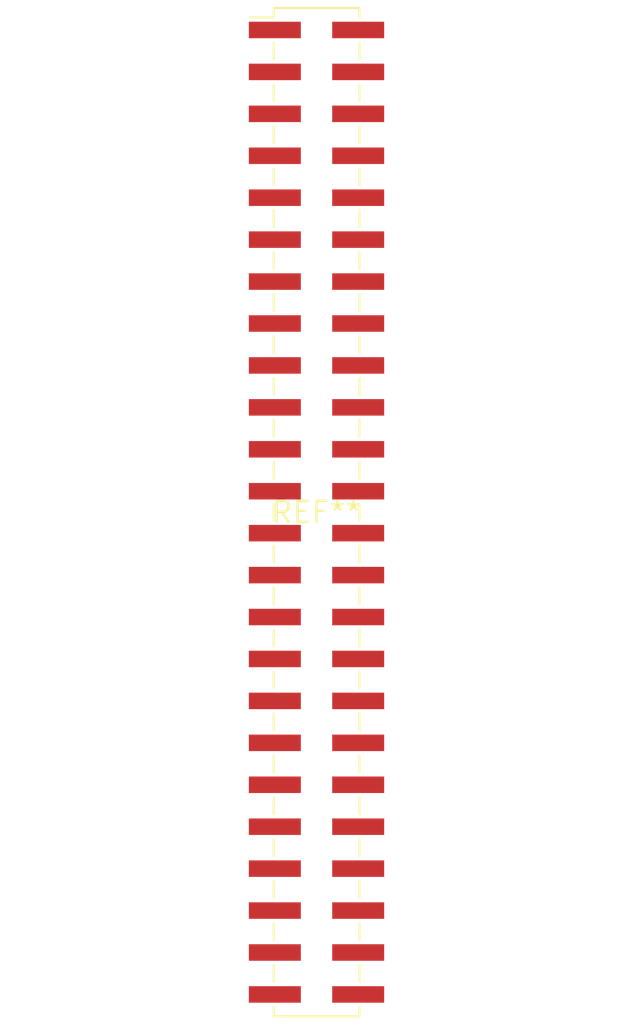
<source format=kicad_pcb>
(kicad_pcb (version 20240108) (generator pcbnew)
  (layers (0 "F.Cu" signal) (31 "B.Cu" signal) (34 "B.Paste" user) (35 "F.Paste" user) (36 "B.SilkS" user "B.Silkscreen") (37 "F.SilkS" user "F.Silkscreen") (38 "B.Mask" user) (39 "F.Mask" user) (44 "Edge.Cuts" user))
  (net 0 "")
  (footprint "PinHeader_2x24_P2.54mm_Vertical_SMD" (layer "F.Cu") (at 0 0)
    (property "Reference" "REF**")
    (property "Value" "PinHeader_2x24_P2.54mm_Vertical_SMD")
    (fp_line (start -4.04 -29.97) (end -2.6 -29.97) (layer "F.SilkS") (stroke (width 0.12)))
    (fp_line (start -2.6 -30.54) (end -2.6 -29.97) (layer "F.SilkS") (stroke (width 0.12)))
    (fp_line (start -2.6 -30.54) (end 2.6 -30.54) (layer "F.SilkS") (stroke (width 0.12)))
    (fp_line (start -2.6 -28.45) (end -2.6 -27.43) (layer "F.SilkS") (stroke (width 0.12)))
    (fp_line (start -2.6 -25.91) (end -2.6 -24.89) (layer "F.SilkS") (stroke (width 0.12)))
    (fp_line (start -2.6 -23.37) (end -2.6 -22.35) (layer "F.SilkS") (stroke (width 0.12)))
    (fp_line (start -2.6 -20.83) (end -2.6 -19.81) (layer "F.SilkS") (stroke (width 0.12)))
    (fp_line (start -2.6 -18.29) (end -2.6 -17.27) (layer "F.SilkS") (stroke (width 0.12)))
    (fp_line (start -2.6 -15.75) (end -2.6 -14.73) (layer "F.SilkS") (stroke (width 0.12)))
    (fp_line (start -2.6 -13.21) (end -2.6 -12.19) (layer "F.SilkS") (stroke (width 0.12)))
    (fp_line (start -2.6 -10.67) (end -2.6 -9.65) (layer "F.SilkS") (stroke (width 0.12)))
    (fp_line (start -2.6 -8.13) (end -2.6 -7.11) (layer "F.SilkS") (stroke (width 0.12)))
    (fp_line (start -2.6 -5.59) (end -2.6 -4.57) (layer "F.SilkS") (stroke (width 0.12)))
    (fp_line (start -2.6 -3.05) (end -2.6 -2.03) (layer "F.SilkS") (stroke (width 0.12)))
    (fp_line (start -2.6 -0.51) (end -2.6 0.51) (layer "F.SilkS") (stroke (width 0.12)))
    (fp_line (start -2.6 2.03) (end -2.6 3.05) (layer "F.SilkS") (stroke (width 0.12)))
    (fp_line (start -2.6 4.57) (end -2.6 5.59) (layer "F.SilkS") (stroke (width 0.12)))
    (fp_line (start -2.6 7.11) (end -2.6 8.13) (layer "F.SilkS") (stroke (width 0.12)))
    (fp_line (start -2.6 9.65) (end -2.6 10.67) (layer "F.SilkS") (stroke (width 0.12)))
    (fp_line (start -2.6 12.19) (end -2.6 13.21) (layer "F.SilkS") (stroke (width 0.12)))
    (fp_line (start -2.6 14.73) (end -2.6 15.75) (layer "F.SilkS") (stroke (width 0.12)))
    (fp_line (start -2.6 17.27) (end -2.6 18.29) (layer "F.SilkS") (stroke (width 0.12)))
    (fp_line (start -2.6 19.81) (end -2.6 20.83) (layer "F.SilkS") (stroke (width 0.12)))
    (fp_line (start -2.6 22.35) (end -2.6 23.37) (layer "F.SilkS") (stroke (width 0.12)))
    (fp_line (start -2.6 24.89) (end -2.6 25.91) (layer "F.SilkS") (stroke (width 0.12)))
    (fp_line (start -2.6 27.43) (end -2.6 28.45) (layer "F.SilkS") (stroke (width 0.12)))
    (fp_line (start -2.6 29.97) (end -2.6 30.54) (layer "F.SilkS") (stroke (width 0.12)))
    (fp_line (start -2.6 30.54) (end 2.6 30.54) (layer "F.SilkS") (stroke (width 0.12)))
    (fp_line (start 2.6 -30.54) (end 2.6 -29.97) (layer "F.SilkS") (stroke (width 0.12)))
    (fp_line (start 2.6 -28.45) (end 2.6 -27.43) (layer "F.SilkS") (stroke (width 0.12)))
    (fp_line (start 2.6 -25.91) (end 2.6 -24.89) (layer "F.SilkS") (stroke (width 0.12)))
    (fp_line (start 2.6 -23.37) (end 2.6 -22.35) (layer "F.SilkS") (stroke (width 0.12)))
    (fp_line (start 2.6 -20.83) (end 2.6 -19.81) (layer "F.SilkS") (stroke (width 0.12)))
    (fp_line (start 2.6 -18.29) (end 2.6 -17.27) (layer "F.SilkS") (stroke (width 0.12)))
    (fp_line (start 2.6 -15.75) (end 2.6 -14.73) (layer "F.SilkS") (stroke (width 0.12)))
    (fp_line (start 2.6 -13.21) (end 2.6 -12.19) (layer "F.SilkS") (stroke (width 0.12)))
    (fp_line (start 2.6 -10.67) (end 2.6 -9.65) (layer "F.SilkS") (stroke (width 0.12)))
    (fp_line (start 2.6 -8.13) (end 2.6 -7.11) (layer "F.SilkS") (stroke (width 0.12)))
    (fp_line (start 2.6 -5.59) (end 2.6 -4.57) (layer "F.SilkS") (stroke (width 0.12)))
    (fp_line (start 2.6 -3.05) (end 2.6 -2.03) (layer "F.SilkS") (stroke (width 0.12)))
    (fp_line (start 2.6 -0.51) (end 2.6 0.51) (layer "F.SilkS") (stroke (width 0.12)))
    (fp_line (start 2.6 2.03) (end 2.6 3.05) (layer "F.SilkS") (stroke (width 0.12)))
    (fp_line (start 2.6 4.57) (end 2.6 5.59) (layer "F.SilkS") (stroke (width 0.12)))
    (fp_line (start 2.6 7.11) (end 2.6 8.13) (layer "F.SilkS") (stroke (width 0.12)))
    (fp_line (start 2.6 9.65) (end 2.6 10.67) (layer "F.SilkS") (stroke (width 0.12)))
    (fp_line (start 2.6 12.19) (end 2.6 13.21) (layer "F.SilkS") (stroke (width 0.12)))
    (fp_line (start 2.6 14.73) (end 2.6 15.75) (layer "F.SilkS") (stroke (width 0.12)))
    (fp_line (start 2.6 17.27) (end 2.6 18.29) (layer "F.SilkS") (stroke (width 0.12)))
    (fp_line (start 2.6 19.81) (end 2.6 20.83) (layer "F.SilkS") (stroke (width 0.12)))
    (fp_line (start 2.6 22.35) (end 2.6 23.37) (layer "F.SilkS") (stroke (width 0.12)))
    (fp_line (start 2.6 24.89) (end 2.6 25.91) (layer "F.SilkS") (stroke (width 0.12)))
    (fp_line (start 2.6 27.43) (end 2.6 28.45) (layer "F.SilkS") (stroke (width 0.12)))
    (fp_line (start 2.6 29.97) (end 2.6 30.54) (layer "F.SilkS") (stroke (width 0.12)))
    (pad "1" smd rect (at -2.525 -29.21) (size 3.15 1) (layers "F.Cu" "F.Paste" "F.Mask"))
    (pad "2" smd rect (at 2.525 -29.21) (size 3.15 1) (layers "F.Cu" "F.Paste" "F.Mask"))
    (pad "3" smd rect (at -2.525 -26.67) (size 3.15 1) (layers "F.Cu" "F.Paste" "F.Mask"))
    (pad "4" smd rect (at 2.525 -26.67) (size 3.15 1) (layers "F.Cu" "F.Paste" "F.Mask"))
    (pad "5" smd rect (at -2.525 -24.13) (size 3.15 1) (layers "F.Cu" "F.Paste" "F.Mask"))
    (pad "6" smd rect (at 2.525 -24.13) (size 3.15 1) (layers "F.Cu" "F.Paste" "F.Mask"))
    (pad "7" smd rect (at -2.525 -21.59) (size 3.15 1) (layers "F.Cu" "F.Paste" "F.Mask"))
    (pad "8" smd rect (at 2.525 -21.59) (size 3.15 1) (layers "F.Cu" "F.Paste" "F.Mask"))
    (pad "9" smd rect (at -2.525 -19.05) (size 3.15 1) (layers "F.Cu" "F.Paste" "F.Mask"))
    (pad "10" smd rect (at 2.525 -19.05) (size 3.15 1) (layers "F.Cu" "F.Paste" "F.Mask"))
    (pad "11" smd rect (at -2.525 -16.51) (size 3.15 1) (layers "F.Cu" "F.Paste" "F.Mask"))
    (pad "12" smd rect (at 2.525 -16.51) (size 3.15 1) (layers "F.Cu" "F.Paste" "F.Mask"))
    (pad "13" smd rect (at -2.525 -13.97) (size 3.15 1) (layers "F.Cu" "F.Paste" "F.Mask"))
    (pad "14" smd rect (at 2.525 -13.97) (size 3.15 1) (layers "F.Cu" "F.Paste" "F.Mask"))
    (pad "15" smd rect (at -2.525 -11.43) (size 3.15 1) (layers "F.Cu" "F.Paste" "F.Mask"))
    (pad "16" smd rect (at 2.525 -11.43) (size 3.15 1) (layers "F.Cu" "F.Paste" "F.Mask"))
    (pad "17" smd rect (at -2.525 -8.89) (size 3.15 1) (layers "F.Cu" "F.Paste" "F.Mask"))
    (pad "18" smd rect (at 2.525 -8.89) (size 3.15 1) (layers "F.Cu" "F.Paste" "F.Mask"))
    (pad "19" smd rect (at -2.525 -6.35) (size 3.15 1) (layers "F.Cu" "F.Paste" "F.Mask"))
    (pad "20" smd rect (at 2.525 -6.35) (size 3.15 1) (layers "F.Cu" "F.Paste" "F.Mask"))
    (pad "21" smd rect (at -2.525 -3.81) (size 3.15 1) (layers "F.Cu" "F.Paste" "F.Mask"))
    (pad "22" smd rect (at 2.525 -3.81) (size 3.15 1) (layers "F.Cu" "F.Paste" "F.Mask"))
    (pad "23" smd rect (at -2.525 -1.27) (size 3.15 1) (layers "F.Cu" "F.Paste" "F.Mask"))
    (pad "24" smd rect (at 2.525 -1.27) (size 3.15 1) (layers "F.Cu" "F.Paste" "F.Mask"))
    (pad "25" smd rect (at -2.525 1.27) (size 3.15 1) (layers "F.Cu" "F.Paste" "F.Mask"))
    (pad "26" smd rect (at 2.525 1.27) (size 3.15 1) (layers "F.Cu" "F.Paste" "F.Mask"))
    (pad "27" smd rect (at -2.525 3.81) (size 3.15 1) (layers "F.Cu" "F.Paste" "F.Mask"))
    (pad "28" smd rect (at 2.525 3.81) (size 3.15 1) (layers "F.Cu" "F.Paste" "F.Mask"))
    (pad "29" smd rect (at -2.525 6.35) (size 3.15 1) (layers "F.Cu" "F.Paste" "F.Mask"))
    (pad "30" smd rect (at 2.525 6.35) (size 3.15 1) (layers "F.Cu" "F.Paste" "F.Mask"))
    (pad "31" smd rect (at -2.525 8.89) (size 3.15 1) (layers "F.Cu" "F.Paste" "F.Mask"))
    (pad "32" smd rect (at 2.525 8.89) (size 3.15 1) (layers "F.Cu" "F.Paste" "F.Mask"))
    (pad "33" smd rect (at -2.525 11.43) (size 3.15 1) (layers "F.Cu" "F.Paste" "F.Mask"))
    (pad "34" smd rect (at 2.525 11.43) (size 3.15 1) (layers "F.Cu" "F.Paste" "F.Mask"))
    (pad "35" smd rect (at -2.525 13.97) (size 3.15 1) (layers "F.Cu" "F.Paste" "F.Mask"))
    (pad "36" smd rect (at 2.525 13.97) (size 3.15 1) (layers "F.Cu" "F.Paste" "F.Mask"))
    (pad "37" smd rect (at -2.525 16.51) (size 3.15 1) (layers "F.Cu" "F.Paste" "F.Mask"))
    (pad "38" smd rect (at 2.525 16.51) (size 3.15 1) (layers "F.Cu" "F.Paste" "F.Mask"))
    (pad "39" smd rect (at -2.525 19.05) (size 3.15 1) (layers "F.Cu" "F.Paste" "F.Mask"))
    (pad "40" smd rect (at 2.525 19.05) (size 3.15 1) (layers "F.Cu" "F.Paste" "F.Mask"))
    (pad "41" smd rect (at -2.525 21.59) (size 3.15 1) (layers "F.Cu" "F.Paste" "F.Mask"))
    (pad "42" smd rect (at 2.525 21.59) (size 3.15 1) (layers "F.Cu" "F.Paste" "F.Mask"))
    (pad "43" smd rect (at -2.525 24.13) (size 3.15 1) (layers "F.Cu" "F.Paste" "F.Mask"))
    (pad "44" smd rect (at 2.525 24.13) (size 3.15 1) (layers "F.Cu" "F.Paste" "F.Mask"))
    (pad "45" smd rect (at -2.525 26.67) (size 3.15 1) (layers "F.Cu" "F.Paste" "F.Mask"))
    (pad "46" smd rect (at 2.525 26.67) (size 3.15 1) (layers "F.Cu" "F.Paste" "F.Mask"))
    (pad "47" smd rect (at -2.525 29.21) (size 3.15 1) (layers "F.Cu" "F.Paste" "F.Mask"))
    (pad "48" smd rect (at 2.525 29.21) (size 3.15 1) (layers "F.Cu" "F.Paste" "F.Mask"))
  )
)
</source>
